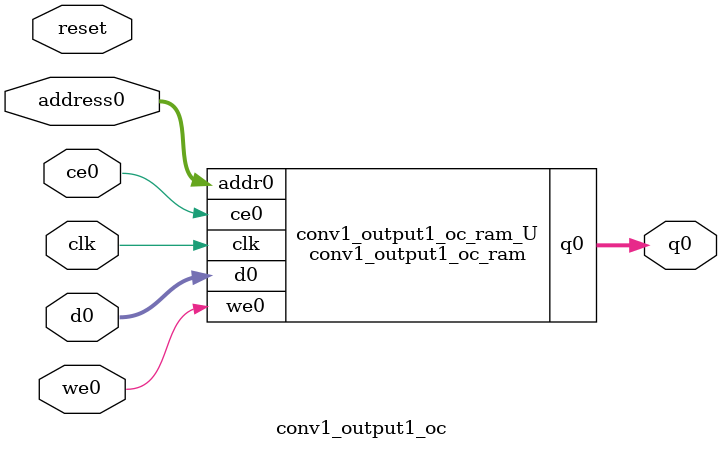
<source format=v>

`timescale 1 ns / 1 ps
module conv1_output1_oc_ram (addr0, ce0, d0, we0, q0,  clk);

parameter DWIDTH = 32;
parameter AWIDTH = 13;
parameter MEM_SIZE = 4704;

input[AWIDTH-1:0] addr0;
input ce0;
input[DWIDTH-1:0] d0;
input we0;
output reg[DWIDTH-1:0] q0;
input clk;

(* ram_style = "block" *)reg [DWIDTH-1:0] ram[0:MEM_SIZE-1];




always @(posedge clk)  
begin 
    if (ce0) 
    begin
        if (we0) 
        begin 
            ram[addr0] <= d0; 
            q0 <= d0;
        end 
        else 
            q0 <= ram[addr0];
    end
end


endmodule


`timescale 1 ns / 1 ps
module conv1_output1_oc(
    reset,
    clk,
    address0,
    ce0,
    we0,
    d0,
    q0);

parameter DataWidth = 32'd32;
parameter AddressRange = 32'd4704;
parameter AddressWidth = 32'd13;
input reset;
input clk;
input[AddressWidth - 1:0] address0;
input ce0;
input we0;
input[DataWidth - 1:0] d0;
output[DataWidth - 1:0] q0;



conv1_output1_oc_ram conv1_output1_oc_ram_U(
    .clk( clk ),
    .addr0( address0 ),
    .ce0( ce0 ),
    .we0( we0 ),
    .d0( d0 ),
    .q0( q0 ));

endmodule


</source>
